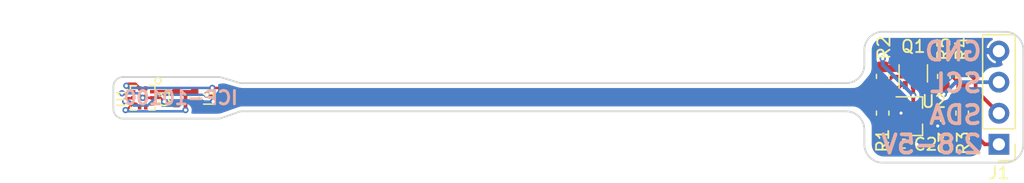
<source format=kicad_pcb>
(kicad_pcb (version 20171130) (host pcbnew "(5.1.10)-1")

  (general
    (thickness 0.2)
    (drawings 31)
    (tracks 139)
    (zones 0)
    (modules 13)
    (nets 10)
  )

  (page A4)
  (title_block
    (title "TDK InvenSense ICP-10100 Probe PCB")
    (date 2018-05-22)
    (rev C)
    (company "Designed by Adrian Studer")
    (comment 1 https://github.com/astuder/icp-101xx)
  )

  (layers
    (0 F.Cu signal)
    (31 B.Cu signal)
    (32 B.Adhes user)
    (33 F.Adhes user)
    (34 B.Paste user)
    (35 F.Paste user)
    (36 B.SilkS user)
    (37 F.SilkS user)
    (38 B.Mask user)
    (39 F.Mask user)
    (40 Dwgs.User user)
    (41 Cmts.User user)
    (42 Eco1.User user)
    (43 Eco2.User user)
    (44 Edge.Cuts user)
    (45 Margin user)
    (46 B.CrtYd user)
    (47 F.CrtYd user)
    (48 B.Fab user)
    (49 F.Fab user hide)
  )

  (setup
    (last_trace_width 0.2032)
    (user_trace_width 0.1524)
    (user_trace_width 0.3048)
    (trace_clearance 0.2032)
    (zone_clearance 0.254)
    (zone_45_only yes)
    (trace_min 0.1524)
    (via_size 0.6858)
    (via_drill 0.3302)
    (via_min_size 0.508)
    (via_min_drill 0.254)
    (user_via 0.508 0.254)
    (uvia_size 0.6858)
    (uvia_drill 0.3302)
    (uvias_allowed no)
    (uvia_min_size 0)
    (uvia_min_drill 0)
    (edge_width 0.15)
    (segment_width 0.2)
    (pcb_text_width 0.3)
    (pcb_text_size 1.5 1.5)
    (mod_edge_width 0.15)
    (mod_text_size 1 1)
    (mod_text_width 0.15)
    (pad_size 1.524 1.524)
    (pad_drill 0.762)
    (pad_to_mask_clearance 0.0508)
    (solder_mask_min_width 0.0508)
    (aux_axis_origin 0 0)
    (visible_elements 7FFFEFFF)
    (pcbplotparams
      (layerselection 0x010f8_ffffffff)
      (usegerberextensions false)
      (usegerberattributes false)
      (usegerberadvancedattributes false)
      (creategerberjobfile false)
      (excludeedgelayer true)
      (linewidth 0.100000)
      (plotframeref false)
      (viasonmask false)
      (mode 1)
      (useauxorigin false)
      (hpglpennumber 1)
      (hpglpenspeed 20)
      (hpglpendiameter 15.000000)
      (psnegative false)
      (psa4output false)
      (plotreference true)
      (plotvalue false)
      (plotinvisibletext false)
      (padsonsilk false)
      (subtractmaskfromsilk false)
      (outputformat 1)
      (mirror false)
      (drillshape 0)
      (scaleselection 1)
      (outputdirectory "Gerbers/"))
  )

  (net 0 "")
  (net 1 GND)
  (net 2 /VDD18)
  (net 3 "Net-(C3-Pad1)")
  (net 4 /VDD)
  (net 5 /SCL)
  (net 6 /SDA)
  (net 7 /SCL18)
  (net 8 /SDA18)
  (net 9 "Net-(C1-Pad1)")

  (net_class Default "This is the default net class."
    (clearance 0.2032)
    (trace_width 0.2032)
    (via_dia 0.6858)
    (via_drill 0.3302)
    (uvia_dia 0.6858)
    (uvia_drill 0.3302)
    (add_net /SCL)
    (add_net /SCL18)
    (add_net /SDA)
    (add_net /SDA18)
    (add_net /VDD)
    (add_net /VDD18)
    (add_net GND)
    (add_net "Net-(C1-Pad1)")
    (add_net "Net-(C3-Pad1)")
  )

  (module Capacitor_SMD:C_0402_1005Metric (layer F.Cu) (tedit 5F68FEEE) (tstamp 5A824ECF)
    (at 195.6 101.8 270)
    (descr "Capacitor SMD 0402 (1005 Metric), square (rectangular) end terminal, IPC_7351 nominal, (Body size source: IPC-SM-782 page 76, https://www.pcb-3d.com/wordpress/wp-content/uploads/ipc-sm-782a_amendment_1_and_2.pdf), generated with kicad-footprint-generator")
    (tags capacitor)
    (path /5A824D11)
    (attr smd)
    (fp_text reference C3 (at 1.9 0 90) (layer F.SilkS)
      (effects (font (size 1 1) (thickness 0.15)))
    )
    (fp_text value 1uF (at 0 1.16 90) (layer F.Fab)
      (effects (font (size 1 1) (thickness 0.15)))
    )
    (fp_line (start 0.91 0.46) (end -0.91 0.46) (layer F.CrtYd) (width 0.05))
    (fp_line (start 0.91 -0.46) (end 0.91 0.46) (layer F.CrtYd) (width 0.05))
    (fp_line (start -0.91 -0.46) (end 0.91 -0.46) (layer F.CrtYd) (width 0.05))
    (fp_line (start -0.91 0.46) (end -0.91 -0.46) (layer F.CrtYd) (width 0.05))
    (fp_line (start -0.107836 0.36) (end 0.107836 0.36) (layer F.SilkS) (width 0.12))
    (fp_line (start -0.107836 -0.36) (end 0.107836 -0.36) (layer F.SilkS) (width 0.12))
    (fp_line (start 0.5 0.25) (end -0.5 0.25) (layer F.Fab) (width 0.1))
    (fp_line (start 0.5 -0.25) (end 0.5 0.25) (layer F.Fab) (width 0.1))
    (fp_line (start -0.5 -0.25) (end 0.5 -0.25) (layer F.Fab) (width 0.1))
    (fp_line (start -0.5 0.25) (end -0.5 -0.25) (layer F.Fab) (width 0.1))
    (fp_text user %R (at 0 0 90) (layer F.Fab)
      (effects (font (size 0.25 0.25) (thickness 0.04)))
    )
    (pad 2 smd roundrect (at 0.48 0 270) (size 0.56 0.62) (layers F.Cu F.Paste F.Mask) (roundrect_rratio 0.25)
      (net 1 GND))
    (pad 1 smd roundrect (at -0.48 0 270) (size 0.56 0.62) (layers F.Cu F.Paste F.Mask) (roundrect_rratio 0.25)
      (net 3 "Net-(C3-Pad1)"))
    (model ${KISYS3DMOD}/Capacitor_SMD.3dshapes/C_0402_1005Metric.wrl
      (at (xyz 0 0 0))
      (scale (xyz 1 1 1))
      (rotate (xyz 0 0 0))
    )
  )

  (module Capacitor_SMD:C_0402_1005Metric (layer F.Cu) (tedit 5F68FEEE) (tstamp 6047E600)
    (at 192.235 103.75)
    (descr "Capacitor SMD 0402 (1005 Metric), square (rectangular) end terminal, IPC_7351 nominal, (Body size source: IPC-SM-782 page 76, https://www.pcb-3d.com/wordpress/wp-content/uploads/ipc-sm-782a_amendment_1_and_2.pdf), generated with kicad-footprint-generator")
    (tags capacitor)
    (path /5A824C7A)
    (attr smd)
    (fp_text reference C2 (at 1.765 0.05) (layer F.SilkS)
      (effects (font (size 1 1) (thickness 0.15)))
    )
    (fp_text value 1uF (at 0 1.16) (layer F.Fab)
      (effects (font (size 1 1) (thickness 0.15)))
    )
    (fp_line (start 0.91 0.46) (end -0.91 0.46) (layer F.CrtYd) (width 0.05))
    (fp_line (start 0.91 -0.46) (end 0.91 0.46) (layer F.CrtYd) (width 0.05))
    (fp_line (start -0.91 -0.46) (end 0.91 -0.46) (layer F.CrtYd) (width 0.05))
    (fp_line (start -0.91 0.46) (end -0.91 -0.46) (layer F.CrtYd) (width 0.05))
    (fp_line (start -0.107836 0.36) (end 0.107836 0.36) (layer F.SilkS) (width 0.12))
    (fp_line (start -0.107836 -0.36) (end 0.107836 -0.36) (layer F.SilkS) (width 0.12))
    (fp_line (start 0.5 0.25) (end -0.5 0.25) (layer F.Fab) (width 0.1))
    (fp_line (start 0.5 -0.25) (end 0.5 0.25) (layer F.Fab) (width 0.1))
    (fp_line (start -0.5 -0.25) (end 0.5 -0.25) (layer F.Fab) (width 0.1))
    (fp_line (start -0.5 0.25) (end -0.5 -0.25) (layer F.Fab) (width 0.1))
    (fp_text user %R (at 0 0) (layer F.Fab)
      (effects (font (size 0.25 0.25) (thickness 0.04)))
    )
    (pad 2 smd roundrect (at 0.48 0) (size 0.56 0.62) (layers F.Cu F.Paste F.Mask) (roundrect_rratio 0.25)
      (net 1 GND))
    (pad 1 smd roundrect (at -0.48 0) (size 0.56 0.62) (layers F.Cu F.Paste F.Mask) (roundrect_rratio 0.25)
      (net 2 /VDD18))
    (model ${KISYS3DMOD}/Capacitor_SMD.3dshapes/C_0402_1005Metric.wrl
      (at (xyz 0 0 0))
      (scale (xyz 1 1 1))
      (rotate (xyz 0 0 0))
    )
  )

  (module footprints:ICP-10100 (layer F.Cu) (tedit 5A9B8F62) (tstamp 5A8279ED)
    (at 130 100 270)
    (path /5A823A37)
    (fp_text reference U1 (at 0 1.7 270) (layer F.SilkS)
      (effects (font (size 0.8 0.8) (thickness 0.12)))
    )
    (fp_text value ICP-10100 (at 0 -2 90) (layer F.Fab)
      (effects (font (size 1 1) (thickness 0.15)))
    )
    (fp_line (start -0.75 -1) (end -1 -1) (layer F.SilkS) (width 0.12))
    (fp_line (start -1 -1) (end -1 -0.5) (layer F.SilkS) (width 0.12))
    (fp_line (start 0.75 -1) (end 1 -1) (layer F.SilkS) (width 0.12))
    (fp_line (start 1 -1) (end 1 -0.5) (layer F.SilkS) (width 0.12))
    (fp_line (start 1 0.5) (end 1 1) (layer F.SilkS) (width 0.12))
    (fp_line (start 1 1) (end 0.75 1) (layer F.SilkS) (width 0.12))
    (fp_line (start -1 0.5) (end -1 1) (layer F.SilkS) (width 0.12))
    (fp_line (start -1 1) (end -0.75 1) (layer F.SilkS) (width 0.12))
    (fp_line (start -1.25 -1.25) (end 1.25 -1.25) (layer F.CrtYd) (width 0.05))
    (fp_line (start 1.25 -1.25) (end 1.25 1.25) (layer F.CrtYd) (width 0.05))
    (fp_line (start 1.25 1.25) (end -1.25 1.25) (layer F.CrtYd) (width 0.05))
    (fp_line (start -1.25 1.25) (end -1.25 -1.25) (layer F.CrtYd) (width 0.05))
    (fp_line (start -1 1) (end -1 -0.75) (layer F.Fab) (width 0.1))
    (fp_line (start -1 -0.75) (end -0.75 -1) (layer F.Fab) (width 0.1))
    (fp_line (start -0.75 -1) (end 1 -1) (layer F.Fab) (width 0.1))
    (fp_line (start 1 -1) (end 1 1) (layer F.Fab) (width 0.1))
    (fp_line (start 1 1) (end -1 1) (layer F.Fab) (width 0.1))
    (fp_circle (center -1.4 -1.25) (end -1.15 -1.25) (layer F.SilkS) (width 0.12))
    (fp_text user REF** (at 0 2.25 90) (layer F.Fab)
      (effects (font (size 1 1) (thickness 0.15)))
    )
    (pad 10 smd rect (at -0.5 -0.775 270) (size 0.28 0.35) (layers F.Cu F.Paste F.Mask)
      (net 9 "Net-(C1-Pad1)"))
    (pad 9 smd rect (at 0 -0.775 270) (size 0.28 0.35) (layers F.Cu F.Paste F.Mask)
      (net 1 GND))
    (pad 8 smd rect (at 0.5 -0.775 90) (size 0.28 0.35) (layers F.Cu F.Paste F.Mask)
      (net 1 GND))
    (pad 7 smd rect (at 0.775 -0.25) (size 0.28 0.35) (layers F.Cu F.Paste F.Mask)
      (net 1 GND))
    (pad 6 smd rect (at 0.775 0.25) (size 0.28 0.35) (layers F.Cu F.Paste F.Mask)
      (net 9 "Net-(C1-Pad1)"))
    (pad 5 smd rect (at 0.5 0.775 270) (size 0.28 0.35) (layers F.Cu F.Paste F.Mask)
      (net 9 "Net-(C1-Pad1)"))
    (pad 4 smd rect (at 0 0.775 270) (size 0.28 0.35) (layers F.Cu F.Paste F.Mask)
      (net 8 /SDA18))
    (pad 3 smd rect (at -0.5 0.775 270) (size 0.28 0.35) (layers F.Cu F.Paste F.Mask)
      (net 1 GND))
    (pad 2 smd rect (at -0.775 0.25) (size 0.28 0.35) (layers F.Cu F.Paste F.Mask)
      (net 7 /SCL18))
    (pad 1 smd rect (at -0.775 -0.25) (size 0.28 0.35) (layers F.Cu F.Paste F.Mask)
      (net 1 GND))
  )

  (module Package_TO_SOT_SMD:SOT-363_SC-70-6 (layer F.Cu) (tedit 5A02FF57) (tstamp 6047E387)
    (at 193 98 90)
    (descr "SOT-363, SC-70-6")
    (tags "SOT-363 SC-70-6")
    (path /5A8240A4)
    (attr smd)
    (fp_text reference Q1 (at 2.2 0 180) (layer F.SilkS)
      (effects (font (size 1 1) (thickness 0.15)))
    )
    (fp_text value UM6K34NTCN (at 0 2 270) (layer F.Fab)
      (effects (font (size 1 1) (thickness 0.15)))
    )
    (fp_line (start -0.175 -1.1) (end -0.675 -0.6) (layer F.Fab) (width 0.1))
    (fp_line (start 0.675 1.1) (end -0.675 1.1) (layer F.Fab) (width 0.1))
    (fp_line (start 0.675 -1.1) (end 0.675 1.1) (layer F.Fab) (width 0.1))
    (fp_line (start -1.6 1.4) (end 1.6 1.4) (layer F.CrtYd) (width 0.05))
    (fp_line (start -0.675 -0.6) (end -0.675 1.1) (layer F.Fab) (width 0.1))
    (fp_line (start 0.675 -1.1) (end -0.175 -1.1) (layer F.Fab) (width 0.1))
    (fp_line (start -1.6 -1.4) (end 1.6 -1.4) (layer F.CrtYd) (width 0.05))
    (fp_line (start -1.6 -1.4) (end -1.6 1.4) (layer F.CrtYd) (width 0.05))
    (fp_line (start 1.6 1.4) (end 1.6 -1.4) (layer F.CrtYd) (width 0.05))
    (fp_line (start -0.7 1.16) (end 0.7 1.16) (layer F.SilkS) (width 0.12))
    (fp_line (start 0.7 -1.16) (end -1.2 -1.16) (layer F.SilkS) (width 0.12))
    (fp_text user %R (at 0 0) (layer F.Fab)
      (effects (font (size 0.5 0.5) (thickness 0.075)))
    )
    (pad 6 smd rect (at 0.95 -0.65 90) (size 0.65 0.4) (layers F.Cu F.Paste F.Mask)
      (net 6 /SDA))
    (pad 4 smd rect (at 0.95 0.65 90) (size 0.65 0.4) (layers F.Cu F.Paste F.Mask)
      (net 7 /SCL18))
    (pad 2 smd rect (at -0.95 0 90) (size 0.65 0.4) (layers F.Cu F.Paste F.Mask)
      (net 2 /VDD18))
    (pad 5 smd rect (at 0.95 0 90) (size 0.65 0.4) (layers F.Cu F.Paste F.Mask)
      (net 2 /VDD18))
    (pad 3 smd rect (at -0.95 0.65 90) (size 0.65 0.4) (layers F.Cu F.Paste F.Mask)
      (net 5 /SCL))
    (pad 1 smd rect (at -0.95 -0.65 90) (size 0.65 0.4) (layers F.Cu F.Paste F.Mask)
      (net 8 /SDA18))
    (model ${KISYS3DMOD}/Package_TO_SOT_SMD.3dshapes/SOT-363_SC-70-6.wrl
      (at (xyz 0 0 0))
      (scale (xyz 1 1 1))
      (rotate (xyz 0 0 0))
    )
  )

  (module Capacitor_SMD:C_0402_1005Metric (layer F.Cu) (tedit 5F68FEEE) (tstamp 5A827C7D)
    (at 134.25 100 270)
    (descr "Capacitor SMD 0402 (1005 Metric), square (rectangular) end terminal, IPC_7351 nominal, (Body size source: IPC-SM-782 page 76, https://www.pcb-3d.com/wordpress/wp-content/uploads/ipc-sm-782a_amendment_1_and_2.pdf), generated with kicad-footprint-generator")
    (tags capacitor)
    (path /5A827627)
    (attr smd)
    (fp_text reference L1 (at 0 -1.16 90) (layer F.SilkS)
      (effects (font (size 0.8 0.8) (thickness 0.12)))
    )
    (fp_text value Ferrite (at 0 1.16 90) (layer F.Fab)
      (effects (font (size 1 1) (thickness 0.15)))
    )
    (fp_line (start 0.91 0.46) (end -0.91 0.46) (layer F.CrtYd) (width 0.05))
    (fp_line (start 0.91 -0.46) (end 0.91 0.46) (layer F.CrtYd) (width 0.05))
    (fp_line (start -0.91 -0.46) (end 0.91 -0.46) (layer F.CrtYd) (width 0.05))
    (fp_line (start -0.91 0.46) (end -0.91 -0.46) (layer F.CrtYd) (width 0.05))
    (fp_line (start -0.107836 0.36) (end 0.107836 0.36) (layer F.SilkS) (width 0.12))
    (fp_line (start -0.107836 -0.36) (end 0.107836 -0.36) (layer F.SilkS) (width 0.12))
    (fp_line (start 0.5 0.25) (end -0.5 0.25) (layer F.Fab) (width 0.1))
    (fp_line (start 0.5 -0.25) (end 0.5 0.25) (layer F.Fab) (width 0.1))
    (fp_line (start -0.5 -0.25) (end 0.5 -0.25) (layer F.Fab) (width 0.1))
    (fp_line (start -0.5 0.25) (end -0.5 -0.25) (layer F.Fab) (width 0.1))
    (fp_text user %R (at 0 0 90) (layer F.Fab)
      (effects (font (size 0.25 0.25) (thickness 0.04)))
    )
    (pad 2 smd roundrect (at 0.48 0 270) (size 0.56 0.62) (layers F.Cu F.Paste F.Mask) (roundrect_rratio 0.25)
      (net 2 /VDD18))
    (pad 1 smd roundrect (at -0.48 0 270) (size 0.56 0.62) (layers F.Cu F.Paste F.Mask) (roundrect_rratio 0.25)
      (net 9 "Net-(C1-Pad1)"))
    (model ${KISYS3DMOD}/Capacitor_SMD.3dshapes/C_0402_1005Metric.wrl
      (at (xyz 0 0 0))
      (scale (xyz 1 1 1))
      (rotate (xyz 0 0 0))
    )
  )

  (module Connector_PinHeader_2.54mm:PinHeader_1x04_P2.54mm_Vertical (layer F.Cu) (tedit 59FED5CC) (tstamp 5DB6001B)
    (at 200 103.8 180)
    (descr "Through hole straight pin header, 1x04, 2.54mm pitch, single row")
    (tags "Through hole pin header THT 1x04 2.54mm single row")
    (path /5A8259B9)
    (fp_text reference J1 (at 0 -2.33) (layer F.SilkS)
      (effects (font (size 1 1) (thickness 0.15)))
    )
    (fp_text value Conn_01x04 (at 0 9.95) (layer F.Fab)
      (effects (font (size 1 1) (thickness 0.15)))
    )
    (fp_line (start 1.8 -1.8) (end -1.8 -1.8) (layer F.CrtYd) (width 0.05))
    (fp_line (start 1.8 9.4) (end 1.8 -1.8) (layer F.CrtYd) (width 0.05))
    (fp_line (start -1.8 9.4) (end 1.8 9.4) (layer F.CrtYd) (width 0.05))
    (fp_line (start -1.8 -1.8) (end -1.8 9.4) (layer F.CrtYd) (width 0.05))
    (fp_line (start -1.33 -1.33) (end 0 -1.33) (layer F.SilkS) (width 0.12))
    (fp_line (start -1.33 0) (end -1.33 -1.33) (layer F.SilkS) (width 0.12))
    (fp_line (start -1.33 1.27) (end 1.33 1.27) (layer F.SilkS) (width 0.12))
    (fp_line (start 1.33 1.27) (end 1.33 8.95) (layer F.SilkS) (width 0.12))
    (fp_line (start -1.33 1.27) (end -1.33 8.95) (layer F.SilkS) (width 0.12))
    (fp_line (start -1.33 8.95) (end 1.33 8.95) (layer F.SilkS) (width 0.12))
    (fp_line (start -1.27 -0.635) (end -0.635 -1.27) (layer F.Fab) (width 0.1))
    (fp_line (start -1.27 8.89) (end -1.27 -0.635) (layer F.Fab) (width 0.1))
    (fp_line (start 1.27 8.89) (end -1.27 8.89) (layer F.Fab) (width 0.1))
    (fp_line (start 1.27 -1.27) (end 1.27 8.89) (layer F.Fab) (width 0.1))
    (fp_line (start -0.635 -1.27) (end 1.27 -1.27) (layer F.Fab) (width 0.1))
    (fp_text user %R (at 0 3.81 90) (layer F.Fab)
      (effects (font (size 1 1) (thickness 0.15)))
    )
    (pad 4 thru_hole oval (at 0 7.62 180) (size 1.7 1.7) (drill 1) (layers *.Cu *.Mask)
      (net 1 GND))
    (pad 3 thru_hole oval (at 0 5.08 180) (size 1.7 1.7) (drill 1) (layers *.Cu *.Mask)
      (net 5 /SCL))
    (pad 2 thru_hole oval (at 0 2.54 180) (size 1.7 1.7) (drill 1) (layers *.Cu *.Mask)
      (net 6 /SDA))
    (pad 1 thru_hole rect (at 0 0 180) (size 1.7 1.7) (drill 1) (layers *.Cu *.Mask)
      (net 4 /VDD))
    (model ${KISYS3DMOD}/Connector_PinHeader_2.54mm.3dshapes/PinHeader_1x04_P2.54mm_Vertical.wrl
      (at (xyz 0 0 0))
      (scale (xyz 1 1 1))
      (rotate (xyz 0 0 0))
    )
  )

  (module Resistor_SMD:R_0603_1608Metric (layer F.Cu) (tedit 5B301BBD) (tstamp 5DB7A389)
    (at 197 98.25 90)
    (descr "Resistor SMD 0603 (1608 Metric), square (rectangular) end terminal, IPC_7351 nominal, (Body size source: http://www.tortai-tech.com/upload/download/2011102023233369053.pdf), generated with kicad-footprint-generator")
    (tags resistor)
    (path /5A8246A0)
    (attr smd)
    (fp_text reference R4 (at 2.25 0 270) (layer F.SilkS)
      (effects (font (size 1 1) (thickness 0.15)))
    )
    (fp_text value 4.3K (at 0 1.5 270) (layer F.Fab)
      (effects (font (size 1 1) (thickness 0.15)))
    )
    (fp_line (start 1.48 0.73) (end -1.48 0.73) (layer F.CrtYd) (width 0.05))
    (fp_line (start 1.48 -0.73) (end 1.48 0.73) (layer F.CrtYd) (width 0.05))
    (fp_line (start -1.48 -0.73) (end 1.48 -0.73) (layer F.CrtYd) (width 0.05))
    (fp_line (start -1.48 0.73) (end -1.48 -0.73) (layer F.CrtYd) (width 0.05))
    (fp_line (start -0.162779 0.51) (end 0.162779 0.51) (layer F.SilkS) (width 0.12))
    (fp_line (start -0.162779 -0.51) (end 0.162779 -0.51) (layer F.SilkS) (width 0.12))
    (fp_line (start 0.8 0.4) (end -0.8 0.4) (layer F.Fab) (width 0.1))
    (fp_line (start 0.8 -0.4) (end 0.8 0.4) (layer F.Fab) (width 0.1))
    (fp_line (start -0.8 -0.4) (end 0.8 -0.4) (layer F.Fab) (width 0.1))
    (fp_line (start -0.8 0.4) (end -0.8 -0.4) (layer F.Fab) (width 0.1))
    (fp_text user %R (at 0 0 270) (layer F.Fab)
      (effects (font (size 0.4 0.4) (thickness 0.075)))
    )
    (pad 2 smd roundrect (at 0.7875 0 90) (size 0.875 0.95) (layers F.Cu F.Paste F.Mask) (roundrect_rratio 0.25)
      (net 6 /SDA))
    (pad 1 smd roundrect (at -0.7875 0 90) (size 0.875 0.95) (layers F.Cu F.Paste F.Mask) (roundrect_rratio 0.25)
      (net 4 /VDD))
    (model ${KISYS3DMOD}/Resistor_SMD.3dshapes/R_0603_1608Metric.wrl
      (at (xyz 0 0 0))
      (scale (xyz 1 1 1))
      (rotate (xyz 0 0 0))
    )
  )

  (module Resistor_SMD:R_0603_1608Metric (layer F.Cu) (tedit 5B301BBD) (tstamp 5DB7A359)
    (at 190.5 101.25 90)
    (descr "Resistor SMD 0603 (1608 Metric), square (rectangular) end terminal, IPC_7351 nominal, (Body size source: http://www.tortai-tech.com/upload/download/2011102023233369053.pdf), generated with kicad-footprint-generator")
    (tags resistor)
    (path /5A824458)
    (attr smd)
    (fp_text reference R1 (at -2.25 0 270) (layer F.SilkS)
      (effects (font (size 1 1) (thickness 0.15)))
    )
    (fp_text value 4.3K (at 0 1.5 270) (layer F.Fab)
      (effects (font (size 1 1) (thickness 0.15)))
    )
    (fp_line (start 1.48 0.73) (end -1.48 0.73) (layer F.CrtYd) (width 0.05))
    (fp_line (start 1.48 -0.73) (end 1.48 0.73) (layer F.CrtYd) (width 0.05))
    (fp_line (start -1.48 -0.73) (end 1.48 -0.73) (layer F.CrtYd) (width 0.05))
    (fp_line (start -1.48 0.73) (end -1.48 -0.73) (layer F.CrtYd) (width 0.05))
    (fp_line (start -0.162779 0.51) (end 0.162779 0.51) (layer F.SilkS) (width 0.12))
    (fp_line (start -0.162779 -0.51) (end 0.162779 -0.51) (layer F.SilkS) (width 0.12))
    (fp_line (start 0.8 0.4) (end -0.8 0.4) (layer F.Fab) (width 0.1))
    (fp_line (start 0.8 -0.4) (end 0.8 0.4) (layer F.Fab) (width 0.1))
    (fp_line (start -0.8 -0.4) (end 0.8 -0.4) (layer F.Fab) (width 0.1))
    (fp_line (start -0.8 0.4) (end -0.8 -0.4) (layer F.Fab) (width 0.1))
    (fp_text user %R (at 0 0 270) (layer F.Fab)
      (effects (font (size 0.4 0.4) (thickness 0.075)))
    )
    (pad 2 smd roundrect (at 0.7875 0 90) (size 0.875 0.95) (layers F.Cu F.Paste F.Mask) (roundrect_rratio 0.25)
      (net 8 /SDA18))
    (pad 1 smd roundrect (at -0.7875 0 90) (size 0.875 0.95) (layers F.Cu F.Paste F.Mask) (roundrect_rratio 0.25)
      (net 2 /VDD18))
    (model ${KISYS3DMOD}/Resistor_SMD.3dshapes/R_0603_1608Metric.wrl
      (at (xyz 0 0 0))
      (scale (xyz 1 1 1))
      (rotate (xyz 0 0 0))
    )
  )

  (module Resistor_SMD:R_0603_1608Metric (layer F.Cu) (tedit 5B301BBD) (tstamp 5DB7A3B9)
    (at 190.5 98.25 270)
    (descr "Resistor SMD 0603 (1608 Metric), square (rectangular) end terminal, IPC_7351 nominal, (Body size source: http://www.tortai-tech.com/upload/download/2011102023233369053.pdf), generated with kicad-footprint-generator")
    (tags resistor)
    (path /5A824421)
    (attr smd)
    (fp_text reference R2 (at -2.35 -0.1 90) (layer F.SilkS)
      (effects (font (size 1 1) (thickness 0.15)))
    )
    (fp_text value 4.3K (at 0 1.5 90) (layer F.Fab)
      (effects (font (size 1 1) (thickness 0.15)))
    )
    (fp_line (start 1.48 0.73) (end -1.48 0.73) (layer F.CrtYd) (width 0.05))
    (fp_line (start 1.48 -0.73) (end 1.48 0.73) (layer F.CrtYd) (width 0.05))
    (fp_line (start -1.48 -0.73) (end 1.48 -0.73) (layer F.CrtYd) (width 0.05))
    (fp_line (start -1.48 0.73) (end -1.48 -0.73) (layer F.CrtYd) (width 0.05))
    (fp_line (start -0.162779 0.51) (end 0.162779 0.51) (layer F.SilkS) (width 0.12))
    (fp_line (start -0.162779 -0.51) (end 0.162779 -0.51) (layer F.SilkS) (width 0.12))
    (fp_line (start 0.8 0.4) (end -0.8 0.4) (layer F.Fab) (width 0.1))
    (fp_line (start 0.8 -0.4) (end 0.8 0.4) (layer F.Fab) (width 0.1))
    (fp_line (start -0.8 -0.4) (end 0.8 -0.4) (layer F.Fab) (width 0.1))
    (fp_line (start -0.8 0.4) (end -0.8 -0.4) (layer F.Fab) (width 0.1))
    (fp_text user %R (at 0 0 90) (layer F.Fab)
      (effects (font (size 0.4 0.4) (thickness 0.075)))
    )
    (pad 2 smd roundrect (at 0.7875 0 270) (size 0.875 0.95) (layers F.Cu F.Paste F.Mask) (roundrect_rratio 0.25)
      (net 7 /SCL18))
    (pad 1 smd roundrect (at -0.7875 0 270) (size 0.875 0.95) (layers F.Cu F.Paste F.Mask) (roundrect_rratio 0.25)
      (net 2 /VDD18))
    (model ${KISYS3DMOD}/Resistor_SMD.3dshapes/R_0603_1608Metric.wrl
      (at (xyz 0 0 0))
      (scale (xyz 1 1 1))
      (rotate (xyz 0 0 0))
    )
  )

  (module Resistor_SMD:R_0603_1608Metric (layer F.Cu) (tedit 5B301BBD) (tstamp 5A824F2F)
    (at 197 101.25 270)
    (descr "Resistor SMD 0603 (1608 Metric), square (rectangular) end terminal, IPC_7351 nominal, (Body size source: http://www.tortai-tech.com/upload/download/2011102023233369053.pdf), generated with kicad-footprint-generator")
    (tags resistor)
    (path /5A824D91)
    (attr smd)
    (fp_text reference R3 (at 2.45 -0.1 270) (layer F.SilkS)
      (effects (font (size 1 1) (thickness 0.15)))
    )
    (fp_text value 1K (at 0 1.5 270) (layer F.Fab)
      (effects (font (size 1 1) (thickness 0.15)))
    )
    (fp_line (start 1.48 0.73) (end -1.48 0.73) (layer F.CrtYd) (width 0.05))
    (fp_line (start 1.48 -0.73) (end 1.48 0.73) (layer F.CrtYd) (width 0.05))
    (fp_line (start -1.48 -0.73) (end 1.48 -0.73) (layer F.CrtYd) (width 0.05))
    (fp_line (start -1.48 0.73) (end -1.48 -0.73) (layer F.CrtYd) (width 0.05))
    (fp_line (start -0.162779 0.51) (end 0.162779 0.51) (layer F.SilkS) (width 0.12))
    (fp_line (start -0.162779 -0.51) (end 0.162779 -0.51) (layer F.SilkS) (width 0.12))
    (fp_line (start 0.8 0.4) (end -0.8 0.4) (layer F.Fab) (width 0.1))
    (fp_line (start 0.8 -0.4) (end 0.8 0.4) (layer F.Fab) (width 0.1))
    (fp_line (start -0.8 -0.4) (end 0.8 -0.4) (layer F.Fab) (width 0.1))
    (fp_line (start -0.8 0.4) (end -0.8 -0.4) (layer F.Fab) (width 0.1))
    (fp_text user %R (at 0 0 270) (layer F.Fab)
      (effects (font (size 0.4 0.4) (thickness 0.075)))
    )
    (pad 2 smd roundrect (at 0.7875 0 270) (size 0.875 0.95) (layers F.Cu F.Paste F.Mask) (roundrect_rratio 0.25)
      (net 3 "Net-(C3-Pad1)"))
    (pad 1 smd roundrect (at -0.7875 0 270) (size 0.875 0.95) (layers F.Cu F.Paste F.Mask) (roundrect_rratio 0.25)
      (net 4 /VDD))
    (model ${KISYS3DMOD}/Resistor_SMD.3dshapes/R_0603_1608Metric.wrl
      (at (xyz 0 0 0))
      (scale (xyz 1 1 1))
      (rotate (xyz 0 0 0))
    )
  )

  (module Resistor_SMD:R_0603_1608Metric (layer F.Cu) (tedit 5B301BBD) (tstamp 5DB7A3E9)
    (at 195.5 98.25 270)
    (descr "Resistor SMD 0603 (1608 Metric), square (rectangular) end terminal, IPC_7351 nominal, (Body size source: http://www.tortai-tech.com/upload/download/2011102023233369053.pdf), generated with kicad-footprint-generator")
    (tags resistor)
    (path /5A82469A)
    (attr smd)
    (fp_text reference R5 (at -2.25 0 270) (layer F.SilkS)
      (effects (font (size 1 1) (thickness 0.15)))
    )
    (fp_text value 4.3K (at 0 1.5 270) (layer F.Fab)
      (effects (font (size 1 1) (thickness 0.15)))
    )
    (fp_line (start 1.48 0.73) (end -1.48 0.73) (layer F.CrtYd) (width 0.05))
    (fp_line (start 1.48 -0.73) (end 1.48 0.73) (layer F.CrtYd) (width 0.05))
    (fp_line (start -1.48 -0.73) (end 1.48 -0.73) (layer F.CrtYd) (width 0.05))
    (fp_line (start -1.48 0.73) (end -1.48 -0.73) (layer F.CrtYd) (width 0.05))
    (fp_line (start -0.162779 0.51) (end 0.162779 0.51) (layer F.SilkS) (width 0.12))
    (fp_line (start -0.162779 -0.51) (end 0.162779 -0.51) (layer F.SilkS) (width 0.12))
    (fp_line (start 0.8 0.4) (end -0.8 0.4) (layer F.Fab) (width 0.1))
    (fp_line (start 0.8 -0.4) (end 0.8 0.4) (layer F.Fab) (width 0.1))
    (fp_line (start -0.8 -0.4) (end 0.8 -0.4) (layer F.Fab) (width 0.1))
    (fp_line (start -0.8 0.4) (end -0.8 -0.4) (layer F.Fab) (width 0.1))
    (fp_text user %R (at 0 0 270) (layer F.Fab)
      (effects (font (size 0.4 0.4) (thickness 0.075)))
    )
    (pad 2 smd roundrect (at 0.7875 0 270) (size 0.875 0.95) (layers F.Cu F.Paste F.Mask) (roundrect_rratio 0.25)
      (net 5 /SCL))
    (pad 1 smd roundrect (at -0.7875 0 270) (size 0.875 0.95) (layers F.Cu F.Paste F.Mask) (roundrect_rratio 0.25)
      (net 4 /VDD))
    (model ${KISYS3DMOD}/Resistor_SMD.3dshapes/R_0603_1608Metric.wrl
      (at (xyz 0 0 0))
      (scale (xyz 1 1 1))
      (rotate (xyz 0 0 0))
    )
  )

  (module Package_TO_SOT_SMD:SOT-23 (layer F.Cu) (tedit 5A02FF57) (tstamp 6047E5A7)
    (at 193 101.5)
    (descr "SOT-23, Standard")
    (tags SOT-23)
    (path /5A8248FC)
    (attr smd)
    (fp_text reference U2 (at 1.7 -1.2) (layer F.SilkS)
      (effects (font (size 1 1) (thickness 0.15)))
    )
    (fp_text value AP7313R (at 0 2.5) (layer F.Fab)
      (effects (font (size 1 1) (thickness 0.15)))
    )
    (fp_line (start 0.76 1.58) (end -0.7 1.58) (layer F.SilkS) (width 0.12))
    (fp_line (start 0.76 -1.58) (end -1.4 -1.58) (layer F.SilkS) (width 0.12))
    (fp_line (start -1.7 1.75) (end -1.7 -1.75) (layer F.CrtYd) (width 0.05))
    (fp_line (start 1.7 1.75) (end -1.7 1.75) (layer F.CrtYd) (width 0.05))
    (fp_line (start 1.7 -1.75) (end 1.7 1.75) (layer F.CrtYd) (width 0.05))
    (fp_line (start -1.7 -1.75) (end 1.7 -1.75) (layer F.CrtYd) (width 0.05))
    (fp_line (start 0.76 -1.58) (end 0.76 -0.65) (layer F.SilkS) (width 0.12))
    (fp_line (start 0.76 1.58) (end 0.76 0.65) (layer F.SilkS) (width 0.12))
    (fp_line (start -0.7 1.52) (end 0.7 1.52) (layer F.Fab) (width 0.1))
    (fp_line (start 0.7 -1.52) (end 0.7 1.52) (layer F.Fab) (width 0.1))
    (fp_line (start -0.7 -0.95) (end -0.15 -1.52) (layer F.Fab) (width 0.1))
    (fp_line (start -0.15 -1.52) (end 0.7 -1.52) (layer F.Fab) (width 0.1))
    (fp_line (start -0.7 -0.95) (end -0.7 1.5) (layer F.Fab) (width 0.1))
    (fp_text user %R (at 0 0 -270) (layer F.Fab)
      (effects (font (size 0.5 0.5) (thickness 0.075)))
    )
    (pad 3 smd rect (at 1 0) (size 0.9 0.8) (layers F.Cu F.Paste F.Mask)
      (net 3 "Net-(C3-Pad1)"))
    (pad 2 smd rect (at -1 0.95) (size 0.9 0.8) (layers F.Cu F.Paste F.Mask)
      (net 2 /VDD18))
    (pad 1 smd rect (at -1 -0.95) (size 0.9 0.8) (layers F.Cu F.Paste F.Mask)
      (net 1 GND))
    (model ${KISYS3DMOD}/Package_TO_SOT_SMD.3dshapes/SOT-23.wrl
      (at (xyz 0 0 0))
      (scale (xyz 1 1 1))
      (rotate (xyz 0 0 0))
    )
  )

  (module Capacitor_SMD:C_0402_1005Metric (layer F.Cu) (tedit 5B301BBE) (tstamp 5A824EAD)
    (at 132.75 100 270)
    (descr "Capacitor SMD 0402 (1005 Metric), square (rectangular) end terminal, IPC_7351 nominal, (Body size source: http://www.tortai-tech.com/upload/download/2011102023233369053.pdf), generated with kicad-footprint-generator")
    (tags capacitor)
    (path /5A823B64)
    (attr smd)
    (fp_text reference C1 (at 0 0.95 270) (layer F.SilkS)
      (effects (font (size 0.8 0.8) (thickness 0.12)))
    )
    (fp_text value 100nF (at 0 1.5 90) (layer F.Fab)
      (effects (font (size 1 1) (thickness 0.15)))
    )
    (fp_line (start 0.93 0.47) (end -0.93 0.47) (layer F.CrtYd) (width 0.05))
    (fp_line (start 0.93 -0.47) (end 0.93 0.47) (layer F.CrtYd) (width 0.05))
    (fp_line (start -0.93 -0.47) (end 0.93 -0.47) (layer F.CrtYd) (width 0.05))
    (fp_line (start -0.93 0.47) (end -0.93 -0.47) (layer F.CrtYd) (width 0.05))
    (fp_line (start 0.5 0.25) (end -0.5 0.25) (layer F.Fab) (width 0.1))
    (fp_line (start 0.5 -0.25) (end 0.5 0.25) (layer F.Fab) (width 0.1))
    (fp_line (start -0.5 -0.25) (end 0.5 -0.25) (layer F.Fab) (width 0.1))
    (fp_line (start -0.5 0.25) (end -0.5 -0.25) (layer F.Fab) (width 0.1))
    (fp_text user %R (at 0 0 90) (layer F.Fab)
      (effects (font (size 0.3 0.3) (thickness 0.075)))
    )
    (pad 2 smd roundrect (at 0.485 0 270) (size 0.59 0.64) (layers F.Cu F.Paste F.Mask) (roundrect_rratio 0.25)
      (net 1 GND))
    (pad 1 smd roundrect (at -0.485 0 270) (size 0.59 0.64) (layers F.Cu F.Paste F.Mask) (roundrect_rratio 0.25)
      (net 9 "Net-(C1-Pad1)"))
    (model ${KISYS3DMOD}/Capacitor_SMD.3dshapes/C_0402_1005Metric.wrl
      (at (xyz 0 0 0))
      (scale (xyz 1 1 1))
      (rotate (xyz 0 0 0))
    )
  )

  (gr_line (start 202 96.1) (end 202 103.8) (layer Edge.Cuts) (width 0.15) (tstamp 5DB61494))
  (gr_arc (start 200.5 103.8) (end 200.5 105.3) (angle -90) (layer Edge.Cuts) (width 0.15) (tstamp 5DB6148C))
  (gr_arc (start 200.5 96.1) (end 202 96.1) (angle -90) (layer Edge.Cuts) (width 0.15) (tstamp 5DB61487))
  (gr_line (start 190.5 105.3) (end 200.5 105.3) (layer Edge.Cuts) (width 0.15))
  (gr_line (start 190.5 94.6) (end 200.5 94.6) (layer Edge.Cuts) (width 0.15))
  (gr_line (start 189 102.6) (end 189 103.8) (layer Edge.Cuts) (width 0.15) (tstamp 5DB61485))
  (gr_line (start 189 97.3) (end 189 96.1) (layer Edge.Cuts) (width 0.15) (tstamp 5DB61484))
  (gr_line (start 186.1 101.1) (end 187.5 101.1) (layer Edge.Cuts) (width 0.15) (tstamp 5DB61483))
  (gr_line (start 186.1 98.8) (end 187.5 98.8) (layer Edge.Cuts) (width 0.15) (tstamp 5DB61482))
  (gr_arc (start 190.5 96.1) (end 190.5 94.6) (angle -90) (layer Edge.Cuts) (width 0.15) (tstamp 5DB6147D))
  (gr_arc (start 190.5 103.8) (end 189 103.8) (angle -90) (layer Edge.Cuts) (width 0.15) (tstamp 5DB7A40A))
  (gr_arc (start 187.5 102.6) (end 189 102.6) (angle -90) (layer Edge.Cuts) (width 0.15) (tstamp 5DB61472))
  (gr_arc (start 187.5 97.3) (end 187.5 98.8) (angle -90) (layer Edge.Cuts) (width 0.15))
  (dimension 2.3 (width 0.15) (layer Dwgs.User)
    (gr_text "2.3 mm" (at 122 99.95 270) (layer Dwgs.User)
      (effects (font (size 1 1) (thickness 0.15)))
    )
    (feature1 (pts (xy 124.1 101.1) (xy 122.713579 101.1)))
    (feature2 (pts (xy 124.1 98.8) (xy 122.713579 98.8)))
    (crossbar (pts (xy 123.3 98.8) (xy 123.3 101.1)))
    (arrow1a (pts (xy 123.3 101.1) (xy 122.713579 99.973496)))
    (arrow1b (pts (xy 123.3 101.1) (xy 123.886421 99.973496)))
    (arrow2a (pts (xy 123.3 98.8) (xy 122.713579 99.926504)))
    (arrow2b (pts (xy 123.3 98.8) (xy 123.886421 99.926504)))
  )
  (dimension 10.4 (width 0.15) (layer Dwgs.User)
    (gr_text "10.4 mm" (at 132.8 105) (layer Dwgs.User)
      (effects (font (size 1 1) (thickness 0.15)))
    )
    (feature1 (pts (xy 138 102.1) (xy 138 104.286421)))
    (feature2 (pts (xy 127.6 102.1) (xy 127.6 104.286421)))
    (crossbar (pts (xy 127.6 103.7) (xy 138 103.7)))
    (arrow1a (pts (xy 138 103.7) (xy 136.873496 104.286421)))
    (arrow1b (pts (xy 138 103.7) (xy 136.873496 103.113579)))
    (arrow2a (pts (xy 127.6 103.7) (xy 128.726504 104.286421)))
    (arrow2b (pts (xy 127.6 103.7) (xy 128.726504 103.113579)))
  )
  (gr_line (start 138 101.1) (end 186.1 101.1) (layer Edge.Cuts) (width 0.15))
  (gr_line (start 138 98.8) (end 186.1 98.8) (layer Edge.Cuts) (width 0.15))
  (gr_line (start 136.3 98.3) (end 138 98.8) (layer Edge.Cuts) (width 0.15))
  (gr_line (start 136.3 101.7) (end 138 101.1) (layer Edge.Cuts) (width 0.15))
  (gr_line (start 128.4 101.7) (end 136.3 101.7) (layer Edge.Cuts) (width 0.15))
  (gr_line (start 128.4 98.3) (end 136.3 98.3) (layer Edge.Cuts) (width 0.15))
  (dimension 3.4 (width 0.15) (layer Dwgs.User)
    (gr_text "3.4 mm" (at 125 100 270) (layer Dwgs.User)
      (effects (font (size 1 1) (thickness 0.15)))
    )
    (feature1 (pts (xy 127.1 101.7) (xy 125.713579 101.7)))
    (feature2 (pts (xy 127.1 98.3) (xy 125.713579 98.3)))
    (crossbar (pts (xy 126.3 98.3) (xy 126.3 101.7)))
    (arrow1a (pts (xy 126.3 101.7) (xy 125.713579 100.573496)))
    (arrow1b (pts (xy 126.3 101.7) (xy 126.886421 100.573496)))
    (arrow2a (pts (xy 126.3 98.3) (xy 125.713579 99.426504)))
    (arrow2b (pts (xy 126.3 98.3) (xy 126.886421 99.426504)))
  )
  (gr_line (start 127.6 99.1) (end 127.6 100.9) (layer Edge.Cuts) (width 0.15) (tstamp 5DB609ED))
  (gr_arc (start 128.4 100.9) (end 127.6 100.9) (angle -90) (layer Edge.Cuts) (width 0.15) (tstamp 5DB609B7))
  (gr_arc (start 128.4 99.1) (end 128.4 98.3) (angle -90) (layer Edge.Cuts) (width 0.15))
  (dimension 60 (width 0.15) (layer Dwgs.User)
    (gr_text "60.0 mm" (at 157.5 92.7) (layer Dwgs.User)
      (effects (font (size 1 1) (thickness 0.15)))
    )
    (feature1 (pts (xy 187.5 97.5) (xy 187.5 93.413579)))
    (feature2 (pts (xy 127.5 97.5) (xy 127.5 93.413579)))
    (crossbar (pts (xy 127.5 94) (xy 187.5 94)))
    (arrow1a (pts (xy 187.5 94) (xy 186.373496 94.586421)))
    (arrow1b (pts (xy 187.5 94) (xy 186.373496 93.413579)))
    (arrow2a (pts (xy 127.5 94) (xy 128.626504 94.586421)))
    (arrow2b (pts (xy 127.5 94) (xy 128.626504 93.413579)))
  )
  (gr_text ICP-10100 (at 133.1 100) (layer B.SilkS)
    (effects (font (size 1.1 1.1) (thickness 0.23)) (justify mirror))
  )
  (gr_text GND (at 198.75 96.2) (layer B.SilkS) (tstamp 5DB61388)
    (effects (font (size 1.5 1.5) (thickness 0.3)) (justify left mirror))
  )
  (gr_text SCL (at 198.75 98.8) (layer B.SilkS)
    (effects (font (size 1.5 1.5) (thickness 0.3)) (justify left mirror))
  )
  (gr_text SDA (at 198.75 101.4) (layer B.SilkS) (tstamp 5DB7BB14)
    (effects (font (size 1.5 1.5) (thickness 0.3)) (justify left mirror))
  )
  (gr_text 2.8-5V (at 198.75 103.8) (layer B.SilkS)
    (effects (font (size 1.5 1.5) (thickness 0.3)) (justify left mirror))
  )

  (segment (start 130.775 100) (end 130 100) (width 0.2032) (layer F.Cu) (net 1))
  (segment (start 130.25 99.75) (end 130 100) (width 0.1524) (layer F.Cu) (net 1))
  (segment (start 130.25 99.225) (end 130.25 99.75) (width 0.1524) (layer F.Cu) (net 1))
  (segment (start 130.25 100.25) (end 130 100) (width 0.1524) (layer F.Cu) (net 1))
  (segment (start 130.25 100.775) (end 130.25 100.25) (width 0.1524) (layer F.Cu) (net 1))
  (segment (start 130.775 100) (end 130.775 100.5) (width 0.1524) (layer F.Cu) (net 1))
  (via (at 130 100) (size 0.508) (drill 0.254) (layers F.Cu B.Cu) (net 1))
  (via (at 131.75 100.30881) (size 0.508) (drill 0.254) (layers F.Cu B.Cu) (net 1))
  (segment (start 131.75 100.30881) (end 135.752896 100.30881) (width 0.2032) (layer B.Cu) (net 1))
  (via (at 135.752896 100.30881) (size 0.508) (drill 0.254) (layers F.Cu B.Cu) (net 1))
  (via (at 128.307004 99.628038) (size 0.508) (drill 0.254) (layers F.Cu B.Cu) (net 1))
  (segment (start 128.666214 99.628038) (end 128.307004 99.628038) (width 0.2032) (layer B.Cu) (net 1))
  (segment (start 130 100) (end 129.628038 99.628038) (width 0.2032) (layer B.Cu) (net 1))
  (segment (start 129.628038 99.628038) (end 128.666214 99.628038) (width 0.2032) (layer B.Cu) (net 1))
  (via (at 192 101.25) (size 0.508) (drill 0.254) (layers F.Cu B.Cu) (net 1))
  (segment (start 192 100.55) (end 192 101.25) (width 0.3048) (layer F.Cu) (net 1))
  (segment (start 190 101.25) (end 192 101.25) (width 0.2032) (layer F.Cu) (net 1))
  (segment (start 188.90641 100.15641) (end 190 101.25) (width 0.2032) (layer F.Cu) (net 1))
  (segment (start 136.264506 100.15641) (end 188.90641 100.15641) (width 0.2032) (layer F.Cu) (net 1))
  (segment (start 135.752896 100.30881) (end 136.112106 100.30881) (width 0.2032) (layer F.Cu) (net 1))
  (segment (start 136.112106 100.30881) (end 136.264506 100.15641) (width 0.2032) (layer F.Cu) (net 1))
  (segment (start 200 96.18) (end 197.72 96.18) (width 0.2032) (layer B.Cu) (net 1))
  (segment (start 192.65 101.25) (end 192 101.25) (width 0.2032) (layer B.Cu) (net 1))
  (segment (start 197.72 96.18) (end 192.65 101.25) (width 0.2032) (layer B.Cu) (net 1))
  (via (at 193.3 103.8) (size 0.508) (drill 0.254) (layers F.Cu B.Cu) (net 1))
  (segment (start 192.72 103.75) (end 193.25 103.75) (width 0.2032) (layer F.Cu) (net 1))
  (segment (start 193.25 103.75) (end 193.3 103.8) (width 0.2032) (layer F.Cu) (net 1))
  (segment (start 131.92619 100.485) (end 131.75 100.30881) (width 0.3048) (layer F.Cu) (net 1))
  (segment (start 132.75 100.485) (end 131.92619 100.485) (width 0.3048) (layer F.Cu) (net 1))
  (segment (start 130.775 100) (end 131.44119 100) (width 0.2032) (layer F.Cu) (net 1))
  (segment (start 131.44119 100) (end 131.496001 100.054811) (width 0.2032) (layer F.Cu) (net 1))
  (segment (start 131.496001 100.054811) (end 131.75 100.30881) (width 0.2032) (layer F.Cu) (net 1))
  (via (at 195 102.3) (size 0.508) (drill 0.254) (layers F.Cu B.Cu) (net 1))
  (segment (start 195.6 102.285) (end 195.015 102.285) (width 0.3048) (layer F.Cu) (net 1))
  (segment (start 195.015 102.285) (end 195 102.3) (width 0.3048) (layer F.Cu) (net 1))
  (segment (start 128.95 99.5) (end 129.225 99.5) (width 0.2032) (layer F.Cu) (net 1))
  (segment (start 128.307004 99.628038) (end 128.821962 99.628038) (width 0.2032) (layer F.Cu) (net 1))
  (segment (start 128.821962 99.628038) (end 128.95 99.5) (width 0.2032) (layer F.Cu) (net 1))
  (segment (start 191.75 102.7) (end 192 102.45) (width 0.3048) (layer F.Cu) (net 2))
  (segment (start 191.75 103.75) (end 191.75 102.7) (width 0.3048) (layer F.Cu) (net 2))
  (segment (start 190.0375 102.0375) (end 190.5 102.0375) (width 0.2032) (layer F.Cu) (net 2))
  (segment (start 188.56282 100.56282) (end 190.0375 102.0375) (width 0.2032) (layer F.Cu) (net 2))
  (segment (start 136.43718 100.56282) (end 188.56282 100.56282) (width 0.2032) (layer F.Cu) (net 2))
  (segment (start 136.132389 100.867611) (end 136.43718 100.56282) (width 0.2032) (layer F.Cu) (net 2))
  (segment (start 134.25 100.485) (end 134.632611 100.867611) (width 0.2032) (layer F.Cu) (net 2))
  (segment (start 134.632611 100.867611) (end 136.132389 100.867611) (width 0.2032) (layer F.Cu) (net 2))
  (segment (start 192.05 102.45) (end 192 102.45) (width 0.3048) (layer F.Cu) (net 2))
  (segment (start 193 101.5) (end 192.05 102.45) (width 0.3048) (layer F.Cu) (net 2))
  (via (at 190.5 96.8) (size 0.508) (drill 0.254) (layers F.Cu B.Cu) (net 2))
  (segment (start 190.5 97.4625) (end 190.5 96.8) (width 0.3048) (layer F.Cu) (net 2))
  (via (at 193 99.8) (size 0.508) (drill 0.254) (layers F.Cu B.Cu) (net 2))
  (segment (start 190.5 97.3) (end 193 99.8) (width 0.3048) (layer B.Cu) (net 2))
  (segment (start 190.5 96.8) (end 190.5 97.3) (width 0.3048) (layer B.Cu) (net 2))
  (segment (start 193 98.95) (end 193 99.8) (width 0.3048) (layer F.Cu) (net 2))
  (segment (start 193 99.8) (end 193 101.5) (width 0.3048) (layer F.Cu) (net 2))
  (segment (start 190.9125 102.45) (end 190.5 102.0375) (width 0.3048) (layer F.Cu) (net 2))
  (segment (start 192 102.45) (end 190.9125 102.45) (width 0.3048) (layer F.Cu) (net 2))
  (segment (start 193 97.565082) (end 193 97.05) (width 0.3048) (layer F.Cu) (net 2))
  (segment (start 192.834481 97.730601) (end 193 97.565082) (width 0.3048) (layer F.Cu) (net 2))
  (segment (start 191.343101 97.730601) (end 192.834481 97.730601) (width 0.3048) (layer F.Cu) (net 2))
  (segment (start 191.075 97.4625) (end 191.343101 97.730601) (width 0.3048) (layer F.Cu) (net 2))
  (segment (start 190.5 97.4625) (end 191.075 97.4625) (width 0.3048) (layer F.Cu) (net 2))
  (segment (start 196.2775 101.315) (end 197 102.0375) (width 0.3048) (layer F.Cu) (net 3))
  (segment (start 195.6 101.315) (end 196.2775 101.315) (width 0.3048) (layer F.Cu) (net 3))
  (segment (start 194.185 101.315) (end 194 101.5) (width 0.3048) (layer F.Cu) (net 3))
  (segment (start 195.6 101.315) (end 194.185 101.315) (width 0.3048) (layer F.Cu) (net 3))
  (segment (start 197 99.0375) (end 197 100.4625) (width 0.3048) (layer F.Cu) (net 4))
  (segment (start 198.8452 103.8) (end 198.3 103.2548) (width 0.3048) (layer F.Cu) (net 4))
  (segment (start 200 103.8) (end 198.8452 103.8) (width 0.3048) (layer F.Cu) (net 4))
  (segment (start 198.3 101.7625) (end 197 100.4625) (width 0.3048) (layer F.Cu) (net 4))
  (segment (start 198.3 103.2548) (end 198.3 101.7625) (width 0.3048) (layer F.Cu) (net 4))
  (segment (start 195.5 97.5375) (end 197 99.0375) (width 0.3048) (layer F.Cu) (net 4))
  (segment (start 195.5 97.4625) (end 195.5 97.5375) (width 0.3048) (layer F.Cu) (net 4))
  (segment (start 193.7375 99.0375) (end 193.65 98.95) (width 0.3048) (layer F.Cu) (net 5))
  (segment (start 195.5 99.0375) (end 193.7375 99.0375) (width 0.3048) (layer F.Cu) (net 5))
  (via (at 195.5 99.7) (size 0.508) (drill 0.254) (layers F.Cu B.Cu) (net 5))
  (segment (start 195.5 99.0375) (end 195.5 99.7) (width 0.3048) (layer F.Cu) (net 5))
  (segment (start 200 98.72) (end 196.48 98.72) (width 0.3048) (layer B.Cu) (net 5))
  (segment (start 195.753999 99.446001) (end 195.5 99.7) (width 0.3048) (layer B.Cu) (net 5))
  (segment (start 196.48 98.72) (end 195.753999 99.446001) (width 0.3048) (layer B.Cu) (net 5))
  (segment (start 197.461612 97.924112) (end 197 97.4625) (width 0.3048) (layer F.Cu) (net 6))
  (segment (start 198.1 98.5625) (end 197.461612 97.924112) (width 0.3048) (layer F.Cu) (net 6))
  (segment (start 200 101.26) (end 198.1 99.36) (width 0.3048) (layer F.Cu) (net 6))
  (segment (start 198.1 99.36) (end 198.1 98.5625) (width 0.3048) (layer F.Cu) (net 6))
  (segment (start 196.538388 97.000888) (end 197 97.4625) (width 0.3048) (layer F.Cu) (net 6))
  (segment (start 195.6375 96.1) (end 196.538388 97.000888) (width 0.3048) (layer F.Cu) (net 6))
  (segment (start 192.6702 96.1) (end 195.6375 96.1) (width 0.3048) (layer F.Cu) (net 6))
  (segment (start 192.35 97.05) (end 192.35 96.4202) (width 0.3048) (layer F.Cu) (net 6))
  (segment (start 192.35 96.4202) (end 192.6702 96.1) (width 0.3048) (layer F.Cu) (net 6))
  (via (at 135.691199 99.191199) (size 0.508) (drill 0.254) (layers F.Cu B.Cu) (net 7))
  (segment (start 129.75 99.19) (end 129.4068 98.8468) (width 0.2032) (layer F.Cu) (net 7))
  (via (at 128.664705 99.013325) (size 0.508) (drill 0.254) (layers F.Cu B.Cu) (net 7))
  (segment (start 129.4068 98.8468) (end 128.83123 98.8468) (width 0.2032) (layer F.Cu) (net 7))
  (segment (start 135.691199 99.191199) (end 128.842579 99.191199) (width 0.2032) (layer B.Cu) (net 7))
  (segment (start 128.83123 98.8468) (end 128.664705 99.013325) (width 0.2032) (layer F.Cu) (net 7))
  (segment (start 128.842579 99.191199) (end 128.664705 99.013325) (width 0.2032) (layer B.Cu) (net 7))
  (segment (start 129.75 99.225) (end 129.75 99.19) (width 0.2032) (layer F.Cu) (net 7))
  (segment (start 189.925 99.0375) (end 190.5 99.0375) (width 0.2032) (layer F.Cu) (net 7))
  (segment (start 189.61891 99.34359) (end 189.925 99.0375) (width 0.2032) (layer F.Cu) (net 7))
  (segment (start 136.34359 99.34359) (end 189.61891 99.34359) (width 0.2032) (layer F.Cu) (net 7))
  (segment (start 136.191199 99.191199) (end 136.34359 99.34359) (width 0.2032) (layer F.Cu) (net 7))
  (segment (start 135.691199 99.191199) (end 136.191199 99.191199) (width 0.2032) (layer F.Cu) (net 7))
  (segment (start 193.65 97.6798) (end 193.65 97.05) (width 0.3048) (layer F.Cu) (net 7))
  (segment (start 193.060401 98.269399) (end 193.65 97.6798) (width 0.3048) (layer F.Cu) (net 7))
  (segment (start 191.268101 98.269399) (end 193.060401 98.269399) (width 0.3048) (layer F.Cu) (net 7))
  (segment (start 190.5 99.0375) (end 191.268101 98.269399) (width 0.3048) (layer F.Cu) (net 7))
  (via (at 128.568346 100.289493) (size 0.508) (drill 0.254) (layers F.Cu B.Cu) (net 8))
  (via (at 135.25 99.75) (size 0.508) (drill 0.254) (layers F.Cu B.Cu) (net 8))
  (segment (start 129.266969 100.628906) (end 128.927556 100.289493) (width 0.2032) (layer B.Cu) (net 8))
  (segment (start 128.822345 100.035494) (end 128.568346 100.289493) (width 0.2032) (layer F.Cu) (net 8))
  (segment (start 129.225 100) (end 129.189506 100.035494) (width 0.2032) (layer F.Cu) (net 8))
  (segment (start 129.189506 100.035494) (end 128.822345 100.035494) (width 0.2032) (layer F.Cu) (net 8))
  (segment (start 131.291402 99.75) (end 130.412496 100.628906) (width 0.2032) (layer B.Cu) (net 8))
  (segment (start 135.25 99.75) (end 131.291402 99.75) (width 0.2032) (layer B.Cu) (net 8))
  (segment (start 130.412496 100.628906) (end 129.266969 100.628906) (width 0.2032) (layer B.Cu) (net 8))
  (segment (start 128.927556 100.289493) (end 128.568346 100.289493) (width 0.2032) (layer B.Cu) (net 8))
  (segment (start 135.25 99.75) (end 189 99.75) (width 0.2032) (layer F.Cu) (net 8))
  (segment (start 189.2125 99.75) (end 189 99.75) (width 0.2032) (layer F.Cu) (net 8))
  (segment (start 189.925 100.4625) (end 189.2125 99.75) (width 0.2032) (layer F.Cu) (net 8))
  (segment (start 190.5 100.4625) (end 189.925 100.4625) (width 0.2032) (layer F.Cu) (net 8))
  (segment (start 192.0125 98.95) (end 192.35 98.95) (width 0.3048) (layer F.Cu) (net 8))
  (segment (start 190.5 100.4625) (end 192.0125 98.95) (width 0.3048) (layer F.Cu) (net 8))
  (segment (start 129.475 100.5) (end 129.75 100.775) (width 0.2032) (layer F.Cu) (net 9))
  (segment (start 129.225 100.5) (end 129.475 100.5) (width 0.2032) (layer F.Cu) (net 9))
  (via (at 133.5 101) (size 0.508) (drill 0.254) (layers F.Cu B.Cu) (net 9))
  (via (at 128.6 101) (size 0.508) (drill 0.254) (layers F.Cu B.Cu) (net 9))
  (segment (start 133.4 101.1) (end 128.7 101.1) (width 0.2032) (layer B.Cu) (net 9))
  (segment (start 133.5 101) (end 133.4 101.1) (width 0.2032) (layer B.Cu) (net 9))
  (segment (start 128.69 101) (end 128.6 101) (width 0.2032) (layer F.Cu) (net 9))
  (segment (start 129.19 100.5) (end 128.69 101) (width 0.2032) (layer F.Cu) (net 9))
  (segment (start 128.7 101.1) (end 128.6 101) (width 0.2032) (layer B.Cu) (net 9))
  (segment (start 129.225 100.5) (end 129.19 100.5) (width 0.2032) (layer F.Cu) (net 9))
  (segment (start 133.5 99.53) (end 133.485 99.515) (width 0.3048) (layer F.Cu) (net 9))
  (segment (start 133.5 101) (end 133.5 99.53) (width 0.3048) (layer F.Cu) (net 9))
  (segment (start 132.75 99.515) (end 133.485 99.515) (width 0.3048) (layer F.Cu) (net 9))
  (segment (start 133.485 99.515) (end 134.25 99.515) (width 0.3048) (layer F.Cu) (net 9))
  (segment (start 132.735 99.5) (end 132.75 99.515) (width 0.3048) (layer F.Cu) (net 9))
  (segment (start 131 99.5) (end 132.735 99.5) (width 0.3048) (layer F.Cu) (net 9))
  (segment (start 131 99.5) (end 130.775 99.5) (width 0.2032) (layer F.Cu) (net 9))

  (zone (net 1) (net_name GND) (layer B.Cu) (tstamp 5DEE25E8) (hatch edge 0.508)
    (connect_pads (clearance 0.254))
    (min_thickness 0.2)
    (fill yes (arc_segments 32) (thermal_gap 0.2) (thermal_bridge_width 0.508) (smoothing fillet) (radius 1))
    (polygon
      (pts
        (xy 138 99.2) (xy 188.5 99.2) (xy 189.6 97.9) (xy 189.6 95.1) (xy 199.7 95.1)
        (xy 199.7 95.6) (xy 200.7 95.6) (xy 200.7 97.5) (xy 198.6 97.5) (xy 198.6 104.8)
        (xy 189.6 104.8) (xy 189.6 102) (xy 188.5 100.7) (xy 138 100.7) (xy 136.3 101.3)
        (xy 131.5 101.3) (xy 131.5 99.7) (xy 135.2 99.7) (xy 136.3 98.7)
      )
    )
    (filled_polygon
      (pts
        (xy 199.273228 95.288753) (xy 199.113319 95.447664) (xy 198.987485 95.634719) (xy 198.900561 95.842728) (xy 198.89848 95.849617)
        (xy 198.936088 96.026) (xy 199.846 96.026) (xy 199.846 96.006) (xy 200.154 96.006) (xy 200.154 96.026)
        (xy 200.174 96.026) (xy 200.174 96.334) (xy 200.154 96.334) (xy 200.154 97.24465) (xy 200.218586 97.258153)
        (xy 200.075095 97.334851) (xy 199.915731 97.383193) (xy 199.745092 97.4) (xy 199.6 97.4) (xy 199.590198 97.400482)
        (xy 199.395108 97.419697) (xy 199.375882 97.423521) (xy 199.188289 97.480426) (xy 199.170177 97.487928) (xy 198.99729 97.580338)
        (xy 198.980991 97.591229) (xy 198.829454 97.715592) (xy 198.815592 97.729454) (xy 198.691229 97.880991) (xy 198.680338 97.89729)
        (xy 198.587928 98.070177) (xy 198.580426 98.088289) (xy 198.542414 98.2136) (xy 196.504865 98.2136) (xy 196.479999 98.211151)
        (xy 196.455133 98.2136) (xy 196.455124 98.2136) (xy 196.380728 98.220927) (xy 196.285272 98.249884) (xy 196.28527 98.249885)
        (xy 196.197297 98.296907) (xy 196.13951 98.344332) (xy 196.139507 98.344335) (xy 196.120189 98.360189) (xy 196.104335 98.379507)
        (xy 195.41351 99.070333) (xy 195.413511 99.070333) (xy 195.379858 99.103986) (xy 195.322653 99.115365) (xy 195.212004 99.161197)
        (xy 195.112422 99.227735) (xy 195.027735 99.312422) (xy 194.961197 99.412004) (xy 194.915365 99.522653) (xy 194.892 99.640117)
        (xy 194.892 99.759883) (xy 194.915365 99.877347) (xy 194.961197 99.987996) (xy 195.027735 100.087578) (xy 195.112422 100.172265)
        (xy 195.212004 100.238803) (xy 195.322653 100.284635) (xy 195.440117 100.308) (xy 195.559883 100.308) (xy 195.677347 100.284635)
        (xy 195.787996 100.238803) (xy 195.887578 100.172265) (xy 195.972265 100.087578) (xy 196.038803 99.987996) (xy 196.084635 99.877347)
        (xy 196.096014 99.820142) (xy 196.129667 99.786489) (xy 196.689758 99.2264) (xy 198.5 99.2264) (xy 198.5 103.795092)
        (xy 198.482232 103.975485) (xy 198.431045 104.144229) (xy 198.34792 104.299745) (xy 198.236054 104.436054) (xy 198.099745 104.54792)
        (xy 197.944229 104.631045) (xy 197.775485 104.682232) (xy 197.595092 104.7) (xy 190.604908 104.7) (xy 190.424515 104.682232)
        (xy 190.255771 104.631045) (xy 190.100255 104.54792) (xy 189.963946 104.436054) (xy 189.85208 104.299745) (xy 189.768955 104.144229)
        (xy 189.717768 103.975485) (xy 189.7 103.795092) (xy 189.7 102.366308) (xy 189.699615 102.357541) (xy 189.684243 102.182877)
        (xy 189.68118 102.165613) (xy 189.635537 101.996319) (xy 189.629506 101.979854) (xy 189.554995 101.821135) (xy 189.546182 101.805978)
        (xy 189.445094 101.662713) (xy 189.439725 101.655772) (xy 188.875926 100.989464) (xy 188.868477 100.981573) (xy 188.711395 100.832282)
        (xy 188.694162 100.819142) (xy 188.508606 100.707197) (xy 188.488946 100.698079) (xy 188.283631 100.628738) (xy 188.262469 100.62407)
        (xy 188.047036 100.600589) (xy 188.036201 100.6) (xy 138.171293 100.6) (xy 138.162821 100.60036) (xy 137.993987 100.614715)
        (xy 137.977285 100.617575) (xy 137.813299 100.66023) (xy 137.805191 100.662711) (xy 136.432252 101.147277) (xy 136.280591 101.186726)
        (xy 136.124469 101.2) (xy 134.075252 101.2) (xy 134.084635 101.177347) (xy 134.108 101.059883) (xy 134.108 100.940117)
        (xy 134.084635 100.822653) (xy 134.038803 100.712004) (xy 133.972265 100.612422) (xy 133.887578 100.527735) (xy 133.787996 100.461197)
        (xy 133.677347 100.415365) (xy 133.559883 100.392) (xy 133.440117 100.392) (xy 133.322653 100.415365) (xy 133.212004 100.461197)
        (xy 133.112422 100.527735) (xy 133.027735 100.612422) (xy 133.006368 100.6444) (xy 131.616903 100.6444) (xy 131.600633 100.5)
        (xy 131.618168 100.344375) (xy 131.666727 100.2056) (xy 134.845757 100.2056) (xy 134.862422 100.222265) (xy 134.962004 100.288803)
        (xy 135.072653 100.334635) (xy 135.190117 100.358) (xy 135.309883 100.358) (xy 135.427347 100.334635) (xy 135.537996 100.288803)
        (xy 135.637578 100.222265) (xy 135.722265 100.137578) (xy 135.788803 100.037996) (xy 135.834635 99.927347) (xy 135.858 99.809883)
        (xy 135.858 99.777932) (xy 135.868546 99.775834) (xy 135.979195 99.730002) (xy 136.078777 99.663464) (xy 136.163464 99.578777)
        (xy 136.230002 99.479195) (xy 136.275834 99.368546) (xy 136.299199 99.251082) (xy 136.299199 99.131316) (xy 136.275834 99.013852)
        (xy 136.257919 98.9706) (xy 136.266902 98.966473) (xy 136.446103 98.925291) (xy 136.629929 98.921411) (xy 136.815759 98.95593)
        (xy 137.833626 99.255303) (xy 137.847589 99.258345) (xy 138.129755 99.298979) (xy 138.144009 99.3) (xy 188.036201 99.3)
        (xy 188.047036 99.299411) (xy 188.262469 99.27593) (xy 188.283631 99.271262) (xy 188.488946 99.201921) (xy 188.508606 99.192803)
        (xy 188.694162 99.080858) (xy 188.711395 99.067718) (xy 188.868477 98.918427) (xy 188.875926 98.910536) (xy 189.439725 98.244228)
        (xy 189.445094 98.237287) (xy 189.546182 98.094022) (xy 189.554995 98.078865) (xy 189.629506 97.920146) (xy 189.635537 97.903681)
        (xy 189.68118 97.734387) (xy 189.684243 97.717123) (xy 189.699615 97.542459) (xy 189.7 97.533692) (xy 189.7 96.740117)
        (xy 189.892 96.740117) (xy 189.892 96.859883) (xy 189.915365 96.977347) (xy 189.961197 97.087996) (xy 189.993601 97.136492)
        (xy 189.993601 97.275125) (xy 189.991151 97.3) (xy 189.993601 97.324876) (xy 190.000928 97.399272) (xy 190.019368 97.46006)
        (xy 190.029885 97.494728) (xy 190.076907 97.582701) (xy 190.114613 97.628646) (xy 190.14019 97.659811) (xy 190.159513 97.675669)
        (xy 192.403987 99.920143) (xy 192.415365 99.977347) (xy 192.461197 100.087996) (xy 192.527735 100.187578) (xy 192.612422 100.272265)
        (xy 192.712004 100.338803) (xy 192.822653 100.384635) (xy 192.940117 100.408) (xy 193.059883 100.408) (xy 193.177347 100.384635)
        (xy 193.287996 100.338803) (xy 193.387578 100.272265) (xy 193.472265 100.187578) (xy 193.538803 100.087996) (xy 193.584635 99.977347)
        (xy 193.608 99.859883) (xy 193.608 99.740117) (xy 193.584635 99.622653) (xy 193.538803 99.512004) (xy 193.472265 99.412422)
        (xy 193.387578 99.327735) (xy 193.287996 99.261197) (xy 193.177347 99.215365) (xy 193.120143 99.203987) (xy 191.024924 97.108768)
        (xy 191.038803 97.087996) (xy 191.084635 96.977347) (xy 191.108 96.859883) (xy 191.108 96.740117) (xy 191.084635 96.622653)
        (xy 191.038803 96.512004) (xy 191.03772 96.510383) (xy 198.89848 96.510383) (xy 198.900561 96.517272) (xy 198.987485 96.725281)
        (xy 199.113319 96.912336) (xy 199.273228 97.071247) (xy 199.461066 97.195908) (xy 199.669615 97.281528) (xy 199.846 97.24465)
        (xy 199.846 96.334) (xy 198.936088 96.334) (xy 198.89848 96.510383) (xy 191.03772 96.510383) (xy 190.972265 96.412422)
        (xy 190.887578 96.327735) (xy 190.787996 96.261197) (xy 190.677347 96.215365) (xy 190.559883 96.192) (xy 190.440117 96.192)
        (xy 190.322653 96.215365) (xy 190.212004 96.261197) (xy 190.112422 96.327735) (xy 190.027735 96.412422) (xy 189.961197 96.512004)
        (xy 189.915365 96.622653) (xy 189.892 96.740117) (xy 189.7 96.740117) (xy 189.7 96.104908) (xy 189.717768 95.924515)
        (xy 189.768955 95.755771) (xy 189.85208 95.600255) (xy 189.963946 95.463946) (xy 190.100255 95.35208) (xy 190.255771 95.268955)
        (xy 190.424515 95.217768) (xy 190.604908 95.2) (xy 199.40696 95.2)
      )
    )
  )
)

</source>
